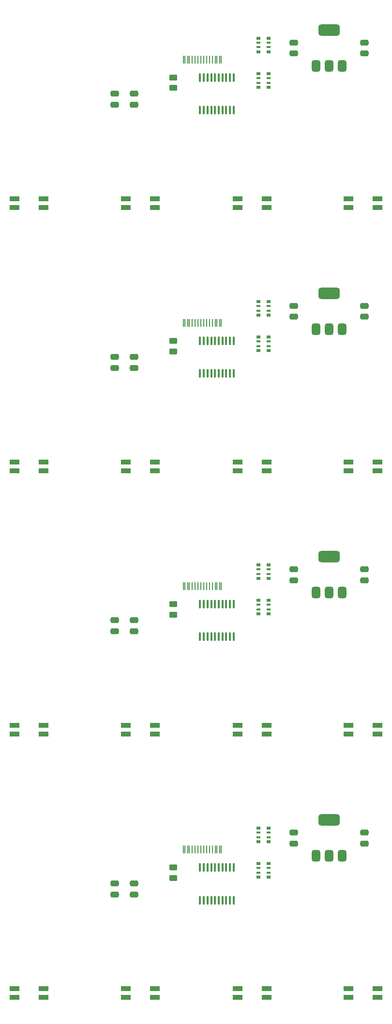
<source format=gbr>
%TF.GenerationSoftware,KiCad,Pcbnew,8.0.0*%
%TF.CreationDate,2024-03-25T13:22:01-05:00*%
%TF.ProjectId,MiniMastermindPanel,4d696e69-4d61-4737-9465-726d696e6450,rev?*%
%TF.SameCoordinates,Original*%
%TF.FileFunction,Paste,Top*%
%TF.FilePolarity,Positive*%
%FSLAX46Y46*%
G04 Gerber Fmt 4.6, Leading zero omitted, Abs format (unit mm)*
G04 Created by KiCad (PCBNEW 8.0.0) date 2024-03-25 13:22:01*
%MOMM*%
%LPD*%
G01*
G04 APERTURE LIST*
G04 Aperture macros list*
%AMRoundRect*
0 Rectangle with rounded corners*
0 $1 Rounding radius*
0 $2 $3 $4 $5 $6 $7 $8 $9 X,Y pos of 4 corners*
0 Add a 4 corners polygon primitive as box body*
4,1,4,$2,$3,$4,$5,$6,$7,$8,$9,$2,$3,0*
0 Add four circle primitives for the rounded corners*
1,1,$1+$1,$2,$3*
1,1,$1+$1,$4,$5*
1,1,$1+$1,$6,$7*
1,1,$1+$1,$8,$9*
0 Add four rect primitives between the rounded corners*
20,1,$1+$1,$2,$3,$4,$5,0*
20,1,$1+$1,$4,$5,$6,$7,0*
20,1,$1+$1,$6,$7,$8,$9,0*
20,1,$1+$1,$8,$9,$2,$3,0*%
G04 Aperture macros list end*
%ADD10RoundRect,0.250000X0.475000X-0.250000X0.475000X0.250000X-0.475000X0.250000X-0.475000X-0.250000X0*%
%ADD11R,1.800000X0.820000*%
%ADD12R,0.800000X0.500000*%
%ADD13R,0.800000X0.400000*%
%ADD14R,0.250000X1.400000*%
%ADD15RoundRect,0.250000X0.450000X-0.262500X0.450000X0.262500X-0.450000X0.262500X-0.450000X-0.262500X0*%
%ADD16RoundRect,0.100000X0.100000X-0.637500X0.100000X0.637500X-0.100000X0.637500X-0.100000X-0.637500X0*%
%ADD17RoundRect,0.250000X-0.475000X0.250000X-0.475000X-0.250000X0.475000X-0.250000X0.475000X0.250000X0*%
%ADD18RoundRect,0.375000X0.375000X-0.625000X0.375000X0.625000X-0.375000X0.625000X-0.375000X-0.625000X0*%
%ADD19RoundRect,0.500000X1.400000X-0.500000X1.400000X0.500000X-1.400000X0.500000X-1.400000X-0.500000X0*%
G04 APERTURE END LIST*
D10*
%TO.C,C8*%
X165610650Y-79478680D03*
X165610650Y-77578680D03*
%TD*%
D11*
%TO.C,D4*%
X116760650Y-150782360D03*
X116760650Y-152317360D03*
X121860650Y-152317360D03*
X121860650Y-150782360D03*
%TD*%
D12*
%TO.C,RN2*%
X161210650Y-177336040D03*
D13*
X161210650Y-176536040D03*
X161210650Y-175736040D03*
D12*
X161210650Y-174936040D03*
X159410650Y-174936040D03*
D13*
X159410650Y-175736040D03*
X159410650Y-176536040D03*
D12*
X159410650Y-177336040D03*
%TD*%
%TO.C,RN2*%
X161210650Y-85378680D03*
D13*
X161210650Y-84578680D03*
X161210650Y-83778680D03*
D12*
X161210650Y-82978680D03*
X159410650Y-82978680D03*
D13*
X159410650Y-83778680D03*
X159410650Y-84578680D03*
D12*
X159410650Y-85378680D03*
%TD*%
D11*
%TO.C,D3*%
X136260650Y-196761040D03*
X136260650Y-198296040D03*
X141360650Y-198296040D03*
X141360650Y-196761040D03*
%TD*%
D14*
%TO.C,J4*%
X152935650Y-80566180D03*
X152135650Y-80566180D03*
X150860650Y-80566180D03*
X149860650Y-80566180D03*
X149360650Y-80566180D03*
X151360650Y-80566180D03*
X147085650Y-80566180D03*
X146285650Y-80566180D03*
X146535650Y-80566180D03*
X147335650Y-80566180D03*
X147860650Y-80566180D03*
X148860650Y-80566180D03*
X150360650Y-80566180D03*
X148360650Y-80566180D03*
X151885650Y-80566180D03*
X152685650Y-80566180D03*
%TD*%
D15*
%TO.C,R1*%
X144498150Y-85491180D03*
X144498150Y-83666180D03*
%TD*%
D16*
%TO.C,U2*%
X149235650Y-89378680D03*
X149885650Y-89378680D03*
X150535650Y-89378680D03*
X151185650Y-89378680D03*
X151835650Y-89378680D03*
X152485650Y-89378680D03*
X153135650Y-89378680D03*
X153785650Y-89378680D03*
X154435650Y-89378680D03*
X155085650Y-89378680D03*
X155085650Y-83653680D03*
X154435650Y-83653680D03*
X153785650Y-83653680D03*
X153135650Y-83653680D03*
X152485650Y-83653680D03*
X151835650Y-83653680D03*
X151185650Y-83653680D03*
X150535650Y-83653680D03*
X149885650Y-83653680D03*
X149235650Y-83653680D03*
%TD*%
D10*
%TO.C,C3*%
X137710650Y-180336040D03*
X137710650Y-178436040D03*
%TD*%
%TO.C,C3*%
X137710650Y-134357360D03*
X137710650Y-132457360D03*
%TD*%
%TO.C,C6*%
X177960650Y-33500000D03*
X177960650Y-31600000D03*
%TD*%
D12*
%TO.C,RN1*%
X161210650Y-171136040D03*
D13*
X161210650Y-170336040D03*
X161210650Y-169536040D03*
D12*
X161210650Y-168736040D03*
X159410650Y-168736040D03*
D13*
X159410650Y-169536040D03*
X159410650Y-170336040D03*
D12*
X159410650Y-171136040D03*
%TD*%
D11*
%TO.C,D1*%
X175160650Y-104803680D03*
X175160650Y-106338680D03*
X180260650Y-106338680D03*
X180260650Y-104803680D03*
%TD*%
D15*
%TO.C,R1*%
X144498150Y-39512500D03*
X144498150Y-37687500D03*
%TD*%
D12*
%TO.C,RN1*%
X161210650Y-33200000D03*
D13*
X161210650Y-32400000D03*
X161210650Y-31600000D03*
D12*
X161210650Y-30800000D03*
X159410650Y-30800000D03*
D13*
X159410650Y-31600000D03*
X159410650Y-32400000D03*
D12*
X159410650Y-33200000D03*
%TD*%
D11*
%TO.C,D2*%
X155760650Y-150782360D03*
X155760650Y-152317360D03*
X160860650Y-152317360D03*
X160860650Y-150782360D03*
%TD*%
%TO.C,D2*%
X155760650Y-104803680D03*
X155760650Y-106338680D03*
X160860650Y-106338680D03*
X160860650Y-104803680D03*
%TD*%
%TO.C,D1*%
X175160650Y-196761040D03*
X175160650Y-198296040D03*
X180260650Y-198296040D03*
X180260650Y-196761040D03*
%TD*%
D10*
%TO.C,C8*%
X165610650Y-125457360D03*
X165610650Y-123557360D03*
%TD*%
D12*
%TO.C,RN1*%
X161210650Y-79178680D03*
D13*
X161210650Y-78378680D03*
X161210650Y-77578680D03*
D12*
X161210650Y-76778680D03*
X159410650Y-76778680D03*
D13*
X159410650Y-77578680D03*
X159410650Y-78378680D03*
D12*
X159410650Y-79178680D03*
%TD*%
D16*
%TO.C,U2*%
X149235650Y-43400000D03*
X149885650Y-43400000D03*
X150535650Y-43400000D03*
X151185650Y-43400000D03*
X151835650Y-43400000D03*
X152485650Y-43400000D03*
X153135650Y-43400000D03*
X153785650Y-43400000D03*
X154435650Y-43400000D03*
X155085650Y-43400000D03*
X155085650Y-37675000D03*
X154435650Y-37675000D03*
X153785650Y-37675000D03*
X153135650Y-37675000D03*
X152485650Y-37675000D03*
X151835650Y-37675000D03*
X151185650Y-37675000D03*
X150535650Y-37675000D03*
X149885650Y-37675000D03*
X149235650Y-37675000D03*
%TD*%
D10*
%TO.C,C3*%
X137710650Y-88378680D03*
X137710650Y-86478680D03*
%TD*%
D17*
%TO.C,C4*%
X134310650Y-40500000D03*
X134310650Y-42400000D03*
%TD*%
D14*
%TO.C,J4*%
X152935650Y-34587500D03*
X152135650Y-34587500D03*
X150860650Y-34587500D03*
X149860650Y-34587500D03*
X149360650Y-34587500D03*
X151360650Y-34587500D03*
X147085650Y-34587500D03*
X146285650Y-34587500D03*
X146535650Y-34587500D03*
X147335650Y-34587500D03*
X147860650Y-34587500D03*
X148860650Y-34587500D03*
X150360650Y-34587500D03*
X148360650Y-34587500D03*
X151885650Y-34587500D03*
X152685650Y-34587500D03*
%TD*%
D11*
%TO.C,D2*%
X155760650Y-196761040D03*
X155760650Y-198296040D03*
X160860650Y-198296040D03*
X160860650Y-196761040D03*
%TD*%
D10*
%TO.C,C6*%
X177960650Y-125457360D03*
X177960650Y-123557360D03*
%TD*%
D11*
%TO.C,D3*%
X136260650Y-58825000D03*
X136260650Y-60360000D03*
X141360650Y-60360000D03*
X141360650Y-58825000D03*
%TD*%
D18*
%TO.C,U1*%
X169498150Y-173598540D03*
X171798150Y-173598540D03*
D19*
X171798150Y-167298540D03*
D18*
X174098150Y-173598540D03*
%TD*%
D12*
%TO.C,RN2*%
X161210650Y-39400000D03*
D13*
X161210650Y-38600000D03*
X161210650Y-37800000D03*
D12*
X161210650Y-37000000D03*
X159410650Y-37000000D03*
D13*
X159410650Y-37800000D03*
X159410650Y-38600000D03*
D12*
X159410650Y-39400000D03*
%TD*%
D15*
%TO.C,R1*%
X144498150Y-131469860D03*
X144498150Y-129644860D03*
%TD*%
%TO.C,R1*%
X144498150Y-177448540D03*
X144498150Y-175623540D03*
%TD*%
D18*
%TO.C,U1*%
X169498150Y-127619860D03*
X171798150Y-127619860D03*
D19*
X171798150Y-121319860D03*
D18*
X174098150Y-127619860D03*
%TD*%
D10*
%TO.C,C6*%
X177960650Y-79478680D03*
X177960650Y-77578680D03*
%TD*%
%TO.C,C3*%
X137710650Y-42400000D03*
X137710650Y-40500000D03*
%TD*%
D12*
%TO.C,RN1*%
X161210650Y-125157360D03*
D13*
X161210650Y-124357360D03*
X161210650Y-123557360D03*
D12*
X161210650Y-122757360D03*
X159410650Y-122757360D03*
D13*
X159410650Y-123557360D03*
X159410650Y-124357360D03*
D12*
X159410650Y-125157360D03*
%TD*%
D11*
%TO.C,D3*%
X136260650Y-104803680D03*
X136260650Y-106338680D03*
X141360650Y-106338680D03*
X141360650Y-104803680D03*
%TD*%
%TO.C,D1*%
X175160650Y-58825000D03*
X175160650Y-60360000D03*
X180260650Y-60360000D03*
X180260650Y-58825000D03*
%TD*%
D18*
%TO.C,U1*%
X169498150Y-81641180D03*
X171798150Y-81641180D03*
D19*
X171798150Y-75341180D03*
D18*
X174098150Y-81641180D03*
%TD*%
D11*
%TO.C,D1*%
X175160650Y-150782360D03*
X175160650Y-152317360D03*
X180260650Y-152317360D03*
X180260650Y-150782360D03*
%TD*%
D16*
%TO.C,U2*%
X149235650Y-181336040D03*
X149885650Y-181336040D03*
X150535650Y-181336040D03*
X151185650Y-181336040D03*
X151835650Y-181336040D03*
X152485650Y-181336040D03*
X153135650Y-181336040D03*
X153785650Y-181336040D03*
X154435650Y-181336040D03*
X155085650Y-181336040D03*
X155085650Y-175611040D03*
X154435650Y-175611040D03*
X153785650Y-175611040D03*
X153135650Y-175611040D03*
X152485650Y-175611040D03*
X151835650Y-175611040D03*
X151185650Y-175611040D03*
X150535650Y-175611040D03*
X149885650Y-175611040D03*
X149235650Y-175611040D03*
%TD*%
D11*
%TO.C,D4*%
X116760650Y-58825000D03*
X116760650Y-60360000D03*
X121860650Y-60360000D03*
X121860650Y-58825000D03*
%TD*%
D10*
%TO.C,C6*%
X177960650Y-171436040D03*
X177960650Y-169536040D03*
%TD*%
D11*
%TO.C,D4*%
X116760650Y-104803680D03*
X116760650Y-106338680D03*
X121860650Y-106338680D03*
X121860650Y-104803680D03*
%TD*%
%TO.C,D2*%
X155760650Y-58825000D03*
X155760650Y-60360000D03*
X160860650Y-60360000D03*
X160860650Y-58825000D03*
%TD*%
D14*
%TO.C,J4*%
X152935650Y-172523540D03*
X152135650Y-172523540D03*
X150860650Y-172523540D03*
X149860650Y-172523540D03*
X149360650Y-172523540D03*
X151360650Y-172523540D03*
X147085650Y-172523540D03*
X146285650Y-172523540D03*
X146535650Y-172523540D03*
X147335650Y-172523540D03*
X147860650Y-172523540D03*
X148860650Y-172523540D03*
X150360650Y-172523540D03*
X148360650Y-172523540D03*
X151885650Y-172523540D03*
X152685650Y-172523540D03*
%TD*%
D17*
%TO.C,C4*%
X134310650Y-86478680D03*
X134310650Y-88378680D03*
%TD*%
D10*
%TO.C,C8*%
X165610650Y-33500000D03*
X165610650Y-31600000D03*
%TD*%
D14*
%TO.C,J4*%
X152935650Y-126544860D03*
X152135650Y-126544860D03*
X150860650Y-126544860D03*
X149860650Y-126544860D03*
X149360650Y-126544860D03*
X151360650Y-126544860D03*
X147085650Y-126544860D03*
X146285650Y-126544860D03*
X146535650Y-126544860D03*
X147335650Y-126544860D03*
X147860650Y-126544860D03*
X148860650Y-126544860D03*
X150360650Y-126544860D03*
X148360650Y-126544860D03*
X151885650Y-126544860D03*
X152685650Y-126544860D03*
%TD*%
D12*
%TO.C,RN2*%
X161210650Y-131357360D03*
D13*
X161210650Y-130557360D03*
X161210650Y-129757360D03*
D12*
X161210650Y-128957360D03*
X159410650Y-128957360D03*
D13*
X159410650Y-129757360D03*
X159410650Y-130557360D03*
D12*
X159410650Y-131357360D03*
%TD*%
D10*
%TO.C,C8*%
X165610650Y-171436040D03*
X165610650Y-169536040D03*
%TD*%
D16*
%TO.C,U2*%
X149235650Y-135357360D03*
X149885650Y-135357360D03*
X150535650Y-135357360D03*
X151185650Y-135357360D03*
X151835650Y-135357360D03*
X152485650Y-135357360D03*
X153135650Y-135357360D03*
X153785650Y-135357360D03*
X154435650Y-135357360D03*
X155085650Y-135357360D03*
X155085650Y-129632360D03*
X154435650Y-129632360D03*
X153785650Y-129632360D03*
X153135650Y-129632360D03*
X152485650Y-129632360D03*
X151835650Y-129632360D03*
X151185650Y-129632360D03*
X150535650Y-129632360D03*
X149885650Y-129632360D03*
X149235650Y-129632360D03*
%TD*%
D11*
%TO.C,D4*%
X116760650Y-196761040D03*
X116760650Y-198296040D03*
X121860650Y-198296040D03*
X121860650Y-196761040D03*
%TD*%
D17*
%TO.C,C4*%
X134310650Y-178436040D03*
X134310650Y-180336040D03*
%TD*%
D11*
%TO.C,D3*%
X136260650Y-150782360D03*
X136260650Y-152317360D03*
X141360650Y-152317360D03*
X141360650Y-150782360D03*
%TD*%
D18*
%TO.C,U1*%
X169498150Y-35662500D03*
X171798150Y-35662500D03*
D19*
X171798150Y-29362500D03*
D18*
X174098150Y-35662500D03*
%TD*%
D17*
%TO.C,C4*%
X134310650Y-132457360D03*
X134310650Y-134357360D03*
%TD*%
M02*

</source>
